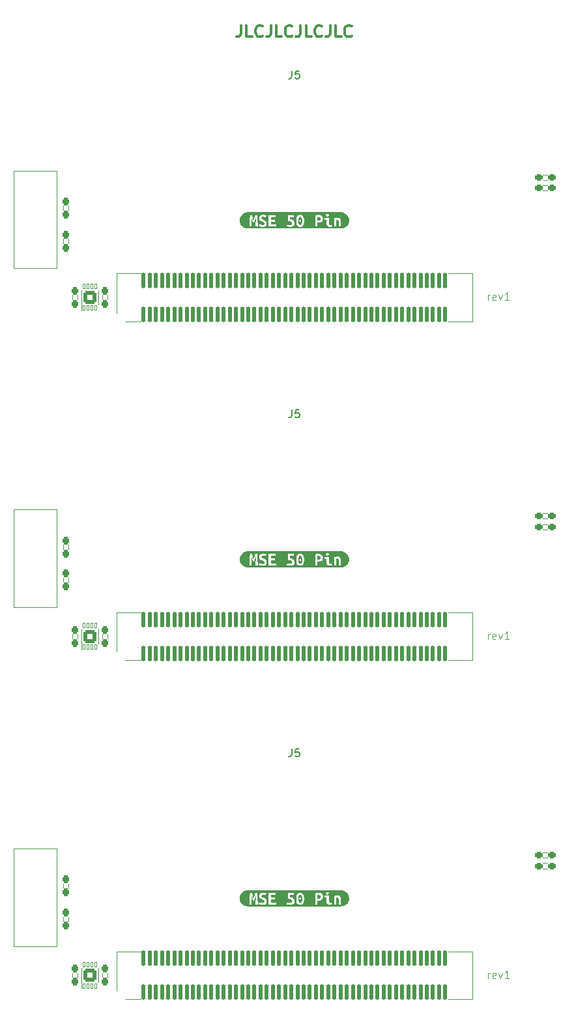
<source format=gto>
G04 #@! TF.GenerationSoftware,KiCad,Pcbnew,8.0.6*
G04 #@! TF.CreationDate,2024-11-07T02:27:20-08:00*
G04 #@! TF.ProjectId,mse-50-ce-panel,6d73652d-3530-42d6-9365-2d70616e656c,1*
G04 #@! TF.SameCoordinates,Original*
G04 #@! TF.FileFunction,Legend,Top*
G04 #@! TF.FilePolarity,Positive*
%FSLAX46Y46*%
G04 Gerber Fmt 4.6, Leading zero omitted, Abs format (unit mm)*
G04 Created by KiCad (PCBNEW 8.0.6) date 2024-11-07 02:27:20*
%MOMM*%
%LPD*%
G01*
G04 APERTURE LIST*
G04 Aperture macros list*
%AMRoundRect*
0 Rectangle with rounded corners*
0 $1 Rounding radius*
0 $2 $3 $4 $5 $6 $7 $8 $9 X,Y pos of 4 corners*
0 Add a 4 corners polygon primitive as box body*
4,1,4,$2,$3,$4,$5,$6,$7,$8,$9,$2,$3,0*
0 Add four circle primitives for the rounded corners*
1,1,$1+$1,$2,$3*
1,1,$1+$1,$4,$5*
1,1,$1+$1,$6,$7*
1,1,$1+$1,$8,$9*
0 Add four rect primitives between the rounded corners*
20,1,$1+$1,$2,$3,$4,$5,0*
20,1,$1+$1,$4,$5,$6,$7,0*
20,1,$1+$1,$6,$7,$8,$9,0*
20,1,$1+$1,$8,$9,$2,$3,0*%
G04 Aperture macros list end*
%ADD10C,0.100000*%
%ADD11C,0.300000*%
%ADD12C,0.150000*%
%ADD13C,0.120000*%
%ADD14C,0.000000*%
%ADD15C,0.500000*%
%ADD16RoundRect,0.225000X0.225000X-0.275000X0.225000X0.275000X-0.225000X0.275000X-0.225000X-0.275000X0*%
%ADD17C,0.800000*%
%ADD18C,1.200000*%
%ADD19RoundRect,0.125000X0.125000X0.925000X-0.125000X0.925000X-0.125000X-0.925000X0.125000X-0.925000X0*%
%ADD20C,1.700000*%
%ADD21C,4.750000*%
%ADD22RoundRect,0.062500X0.137500X-0.287500X0.137500X0.287500X-0.137500X0.287500X-0.137500X-0.287500X0*%
%ADD23RoundRect,0.265625X0.584375X-0.584375X0.584375X0.584375X-0.584375X0.584375X-0.584375X-0.584375X0*%
%ADD24C,2.500000*%
%ADD25RoundRect,0.225000X0.275000X0.225000X-0.275000X0.225000X-0.275000X-0.225000X0.275000X-0.225000X0*%
%ADD26RoundRect,0.225000X-0.225000X0.275000X-0.225000X-0.275000X0.225000X-0.275000X0.225000X0.275000X0*%
%ADD27RoundRect,0.225000X-0.275000X-0.225000X0.275000X-0.225000X0.275000X0.225000X-0.275000X0.225000X0*%
%ADD28C,2.300000*%
%ADD29C,2.700000*%
%ADD30C,1.950000*%
%ADD31C,6.500000*%
G04 APERTURE END LIST*
D10*
X-17257143Y98629581D02*
X-17257143Y99296248D01*
X-17257143Y99105772D02*
X-17209524Y99201010D01*
X-17209524Y99201010D02*
X-17161905Y99248629D01*
X-17161905Y99248629D02*
X-17066667Y99296248D01*
X-17066667Y99296248D02*
X-16971429Y99296248D01*
X-16257143Y98677200D02*
X-16352381Y98629581D01*
X-16352381Y98629581D02*
X-16542857Y98629581D01*
X-16542857Y98629581D02*
X-16638095Y98677200D01*
X-16638095Y98677200D02*
X-16685714Y98772439D01*
X-16685714Y98772439D02*
X-16685714Y99153391D01*
X-16685714Y99153391D02*
X-16638095Y99248629D01*
X-16638095Y99248629D02*
X-16542857Y99296248D01*
X-16542857Y99296248D02*
X-16352381Y99296248D01*
X-16352381Y99296248D02*
X-16257143Y99248629D01*
X-16257143Y99248629D02*
X-16209524Y99153391D01*
X-16209524Y99153391D02*
X-16209524Y99058153D01*
X-16209524Y99058153D02*
X-16685714Y98962915D01*
X-15876190Y99296248D02*
X-15638095Y98629581D01*
X-15638095Y98629581D02*
X-15400000Y99296248D01*
X-14495238Y98629581D02*
X-15066666Y98629581D01*
X-14780952Y98629581D02*
X-14780952Y99629581D01*
X-14780952Y99629581D02*
X-14876190Y99486724D01*
X-14876190Y99486724D02*
X-14971428Y99391486D01*
X-14971428Y99391486D02*
X-15066666Y99343867D01*
X-17257143Y10629581D02*
X-17257143Y11296248D01*
X-17257143Y11105772D02*
X-17209524Y11201010D01*
X-17209524Y11201010D02*
X-17161905Y11248629D01*
X-17161905Y11248629D02*
X-17066667Y11296248D01*
X-17066667Y11296248D02*
X-16971429Y11296248D01*
X-16257143Y10677200D02*
X-16352381Y10629581D01*
X-16352381Y10629581D02*
X-16542857Y10629581D01*
X-16542857Y10629581D02*
X-16638095Y10677200D01*
X-16638095Y10677200D02*
X-16685714Y10772439D01*
X-16685714Y10772439D02*
X-16685714Y11153391D01*
X-16685714Y11153391D02*
X-16638095Y11248629D01*
X-16638095Y11248629D02*
X-16542857Y11296248D01*
X-16542857Y11296248D02*
X-16352381Y11296248D01*
X-16352381Y11296248D02*
X-16257143Y11248629D01*
X-16257143Y11248629D02*
X-16209524Y11153391D01*
X-16209524Y11153391D02*
X-16209524Y11058153D01*
X-16209524Y11058153D02*
X-16685714Y10962915D01*
X-15876190Y11296248D02*
X-15638095Y10629581D01*
X-15638095Y10629581D02*
X-15400000Y11296248D01*
X-14495238Y10629581D02*
X-15066666Y10629581D01*
X-14780952Y10629581D02*
X-14780952Y11629581D01*
X-14780952Y11629581D02*
X-14876190Y11486724D01*
X-14876190Y11486724D02*
X-14971428Y11391486D01*
X-14971428Y11391486D02*
X-15066666Y11343867D01*
X-17257143Y54629581D02*
X-17257143Y55296248D01*
X-17257143Y55105772D02*
X-17209524Y55201010D01*
X-17209524Y55201010D02*
X-17161905Y55248629D01*
X-17161905Y55248629D02*
X-17066667Y55296248D01*
X-17066667Y55296248D02*
X-16971429Y55296248D01*
X-16257143Y54677200D02*
X-16352381Y54629581D01*
X-16352381Y54629581D02*
X-16542857Y54629581D01*
X-16542857Y54629581D02*
X-16638095Y54677200D01*
X-16638095Y54677200D02*
X-16685714Y54772439D01*
X-16685714Y54772439D02*
X-16685714Y55153391D01*
X-16685714Y55153391D02*
X-16638095Y55248629D01*
X-16638095Y55248629D02*
X-16542857Y55296248D01*
X-16542857Y55296248D02*
X-16352381Y55296248D01*
X-16352381Y55296248D02*
X-16257143Y55248629D01*
X-16257143Y55248629D02*
X-16209524Y55153391D01*
X-16209524Y55153391D02*
X-16209524Y55058153D01*
X-16209524Y55058153D02*
X-16685714Y54962915D01*
X-15876190Y55296248D02*
X-15638095Y54629581D01*
X-15638095Y54629581D02*
X-15400000Y55296248D01*
X-14495238Y54629581D02*
X-15066666Y54629581D01*
X-14780952Y54629581D02*
X-14780952Y55629581D01*
X-14780952Y55629581D02*
X-14876190Y55486724D01*
X-14876190Y55486724D02*
X-14971428Y55391486D01*
X-14971428Y55391486D02*
X-15066666Y55343867D01*
D11*
X-49328572Y134325172D02*
X-49328572Y133253743D01*
X-49328572Y133253743D02*
X-49400001Y133039458D01*
X-49400001Y133039458D02*
X-49542858Y132896600D01*
X-49542858Y132896600D02*
X-49757144Y132825172D01*
X-49757144Y132825172D02*
X-49900001Y132825172D01*
X-47900001Y132825172D02*
X-48614287Y132825172D01*
X-48614287Y132825172D02*
X-48614287Y134325172D01*
X-46542858Y132968029D02*
X-46614286Y132896600D01*
X-46614286Y132896600D02*
X-46828572Y132825172D01*
X-46828572Y132825172D02*
X-46971429Y132825172D01*
X-46971429Y132825172D02*
X-47185715Y132896600D01*
X-47185715Y132896600D02*
X-47328572Y133039458D01*
X-47328572Y133039458D02*
X-47400001Y133182315D01*
X-47400001Y133182315D02*
X-47471429Y133468029D01*
X-47471429Y133468029D02*
X-47471429Y133682315D01*
X-47471429Y133682315D02*
X-47400001Y133968029D01*
X-47400001Y133968029D02*
X-47328572Y134110886D01*
X-47328572Y134110886D02*
X-47185715Y134253743D01*
X-47185715Y134253743D02*
X-46971429Y134325172D01*
X-46971429Y134325172D02*
X-46828572Y134325172D01*
X-46828572Y134325172D02*
X-46614286Y134253743D01*
X-46614286Y134253743D02*
X-46542858Y134182315D01*
X-45471429Y134325172D02*
X-45471429Y133253743D01*
X-45471429Y133253743D02*
X-45542858Y133039458D01*
X-45542858Y133039458D02*
X-45685715Y132896600D01*
X-45685715Y132896600D02*
X-45900001Y132825172D01*
X-45900001Y132825172D02*
X-46042858Y132825172D01*
X-44042858Y132825172D02*
X-44757144Y132825172D01*
X-44757144Y132825172D02*
X-44757144Y134325172D01*
X-42685715Y132968029D02*
X-42757143Y132896600D01*
X-42757143Y132896600D02*
X-42971429Y132825172D01*
X-42971429Y132825172D02*
X-43114286Y132825172D01*
X-43114286Y132825172D02*
X-43328572Y132896600D01*
X-43328572Y132896600D02*
X-43471429Y133039458D01*
X-43471429Y133039458D02*
X-43542858Y133182315D01*
X-43542858Y133182315D02*
X-43614286Y133468029D01*
X-43614286Y133468029D02*
X-43614286Y133682315D01*
X-43614286Y133682315D02*
X-43542858Y133968029D01*
X-43542858Y133968029D02*
X-43471429Y134110886D01*
X-43471429Y134110886D02*
X-43328572Y134253743D01*
X-43328572Y134253743D02*
X-43114286Y134325172D01*
X-43114286Y134325172D02*
X-42971429Y134325172D01*
X-42971429Y134325172D02*
X-42757143Y134253743D01*
X-42757143Y134253743D02*
X-42685715Y134182315D01*
X-41614286Y134325172D02*
X-41614286Y133253743D01*
X-41614286Y133253743D02*
X-41685715Y133039458D01*
X-41685715Y133039458D02*
X-41828572Y132896600D01*
X-41828572Y132896600D02*
X-42042858Y132825172D01*
X-42042858Y132825172D02*
X-42185715Y132825172D01*
X-40185715Y132825172D02*
X-40900001Y132825172D01*
X-40900001Y132825172D02*
X-40900001Y134325172D01*
X-38828572Y132968029D02*
X-38900000Y132896600D01*
X-38900000Y132896600D02*
X-39114286Y132825172D01*
X-39114286Y132825172D02*
X-39257143Y132825172D01*
X-39257143Y132825172D02*
X-39471429Y132896600D01*
X-39471429Y132896600D02*
X-39614286Y133039458D01*
X-39614286Y133039458D02*
X-39685715Y133182315D01*
X-39685715Y133182315D02*
X-39757143Y133468029D01*
X-39757143Y133468029D02*
X-39757143Y133682315D01*
X-39757143Y133682315D02*
X-39685715Y133968029D01*
X-39685715Y133968029D02*
X-39614286Y134110886D01*
X-39614286Y134110886D02*
X-39471429Y134253743D01*
X-39471429Y134253743D02*
X-39257143Y134325172D01*
X-39257143Y134325172D02*
X-39114286Y134325172D01*
X-39114286Y134325172D02*
X-38900000Y134253743D01*
X-38900000Y134253743D02*
X-38828572Y134182315D01*
X-37757143Y134325172D02*
X-37757143Y133253743D01*
X-37757143Y133253743D02*
X-37828572Y133039458D01*
X-37828572Y133039458D02*
X-37971429Y132896600D01*
X-37971429Y132896600D02*
X-38185715Y132825172D01*
X-38185715Y132825172D02*
X-38328572Y132825172D01*
X-36328572Y132825172D02*
X-37042858Y132825172D01*
X-37042858Y132825172D02*
X-37042858Y134325172D01*
X-34971429Y132968029D02*
X-35042857Y132896600D01*
X-35042857Y132896600D02*
X-35257143Y132825172D01*
X-35257143Y132825172D02*
X-35400000Y132825172D01*
X-35400000Y132825172D02*
X-35614286Y132896600D01*
X-35614286Y132896600D02*
X-35757143Y133039458D01*
X-35757143Y133039458D02*
X-35828572Y133182315D01*
X-35828572Y133182315D02*
X-35900000Y133468029D01*
X-35900000Y133468029D02*
X-35900000Y133682315D01*
X-35900000Y133682315D02*
X-35828572Y133968029D01*
X-35828572Y133968029D02*
X-35757143Y134110886D01*
X-35757143Y134110886D02*
X-35614286Y134253743D01*
X-35614286Y134253743D02*
X-35400000Y134325172D01*
X-35400000Y134325172D02*
X-35257143Y134325172D01*
X-35257143Y134325172D02*
X-35042857Y134253743D01*
X-35042857Y134253743D02*
X-34971429Y134182315D01*
D12*
X-42733334Y40397180D02*
X-42733334Y39682895D01*
X-42733334Y39682895D02*
X-42780953Y39540038D01*
X-42780953Y39540038D02*
X-42876191Y39444799D01*
X-42876191Y39444799D02*
X-43019048Y39397180D01*
X-43019048Y39397180D02*
X-43114286Y39397180D01*
X-41780953Y40397180D02*
X-42257143Y40397180D01*
X-42257143Y40397180D02*
X-42304762Y39920990D01*
X-42304762Y39920990D02*
X-42257143Y39968609D01*
X-42257143Y39968609D02*
X-42161905Y40016228D01*
X-42161905Y40016228D02*
X-41923810Y40016228D01*
X-41923810Y40016228D02*
X-41828572Y39968609D01*
X-41828572Y39968609D02*
X-41780953Y39920990D01*
X-41780953Y39920990D02*
X-41733334Y39825752D01*
X-41733334Y39825752D02*
X-41733334Y39587657D01*
X-41733334Y39587657D02*
X-41780953Y39492419D01*
X-41780953Y39492419D02*
X-41828572Y39444799D01*
X-41828572Y39444799D02*
X-41923810Y39397180D01*
X-41923810Y39397180D02*
X-42161905Y39397180D01*
X-42161905Y39397180D02*
X-42257143Y39444799D01*
X-42257143Y39444799D02*
X-42304762Y39492419D01*
X-42733334Y84397180D02*
X-42733334Y83682895D01*
X-42733334Y83682895D02*
X-42780953Y83540038D01*
X-42780953Y83540038D02*
X-42876191Y83444799D01*
X-42876191Y83444799D02*
X-43019048Y83397180D01*
X-43019048Y83397180D02*
X-43114286Y83397180D01*
X-41780953Y84397180D02*
X-42257143Y84397180D01*
X-42257143Y84397180D02*
X-42304762Y83920990D01*
X-42304762Y83920990D02*
X-42257143Y83968609D01*
X-42257143Y83968609D02*
X-42161905Y84016228D01*
X-42161905Y84016228D02*
X-41923810Y84016228D01*
X-41923810Y84016228D02*
X-41828572Y83968609D01*
X-41828572Y83968609D02*
X-41780953Y83920990D01*
X-41780953Y83920990D02*
X-41733334Y83825752D01*
X-41733334Y83825752D02*
X-41733334Y83587657D01*
X-41733334Y83587657D02*
X-41780953Y83492419D01*
X-41780953Y83492419D02*
X-41828572Y83444799D01*
X-41828572Y83444799D02*
X-41923810Y83397180D01*
X-41923810Y83397180D02*
X-42161905Y83397180D01*
X-42161905Y83397180D02*
X-42257143Y83444799D01*
X-42257143Y83444799D02*
X-42304762Y83492419D01*
X-42733334Y128397180D02*
X-42733334Y127682895D01*
X-42733334Y127682895D02*
X-42780953Y127540038D01*
X-42780953Y127540038D02*
X-42876191Y127444799D01*
X-42876191Y127444799D02*
X-43019048Y127397180D01*
X-43019048Y127397180D02*
X-43114286Y127397180D01*
X-41780953Y128397180D02*
X-42257143Y128397180D01*
X-42257143Y128397180D02*
X-42304762Y127920990D01*
X-42304762Y127920990D02*
X-42257143Y127968609D01*
X-42257143Y127968609D02*
X-42161905Y128016228D01*
X-42161905Y128016228D02*
X-41923810Y128016228D01*
X-41923810Y128016228D02*
X-41828572Y127968609D01*
X-41828572Y127968609D02*
X-41780953Y127920990D01*
X-41780953Y127920990D02*
X-41733334Y127825752D01*
X-41733334Y127825752D02*
X-41733334Y127587657D01*
X-41733334Y127587657D02*
X-41780953Y127492419D01*
X-41780953Y127492419D02*
X-41828572Y127444799D01*
X-41828572Y127444799D02*
X-41923810Y127397180D01*
X-41923810Y127397180D02*
X-42161905Y127397180D01*
X-42161905Y127397180D02*
X-42257143Y127444799D01*
X-42257143Y127444799D02*
X-42304762Y127492419D01*
D10*
G04 #@! TO.C,C1*
X-71299999Y98702000D02*
X-71299999Y99302000D01*
X-70600001Y99302000D02*
X-70600001Y98702000D01*
D13*
G04 #@! TO.C,J1*
X-65500001Y58102000D02*
X-65500000Y53002000D01*
X-65500001Y58102000D02*
X-62400001Y58102000D01*
X-64400000Y51902000D02*
X-62400001Y51902000D01*
X-22399999Y58102000D02*
X-19299999Y58102000D01*
X-22399999Y51902000D02*
X-19299999Y51902000D01*
X-19299999Y58102000D02*
X-19299999Y51902000D01*
D10*
G04 #@! TO.C,R3*
X-72449999Y18602000D02*
X-72449999Y18002000D01*
X-71750001Y18002000D02*
X-71750001Y18602000D01*
X-72449999Y62602000D02*
X-72449999Y62002000D01*
X-71750001Y62002000D02*
X-71750001Y62602000D01*
G04 #@! TO.C,U1*
X-70100000Y53302000D02*
X-70100000Y55952000D01*
X-67900000Y55952000D02*
X-67900000Y54052000D01*
G04 #@! TO.C,C1*
X-71299999Y54702000D02*
X-71299999Y55302000D01*
X-70600001Y55302000D02*
X-70600001Y54702000D01*
G04 #@! TO.C,R4*
X-10100000Y68852001D02*
X-9500000Y68852001D01*
X-9500000Y69551999D02*
X-10100000Y69551999D01*
G04 #@! TO.C,R2*
X-72449999Y110902000D02*
X-72449999Y110302000D01*
X-71750001Y110302000D02*
X-71750001Y110902000D01*
G04 #@! TO.C,C2*
X-10100000Y114951999D02*
X-9500000Y114951999D01*
X-9500000Y114252001D02*
X-10100000Y114252001D01*
G04 #@! TO.C,J3*
X-78870000Y71442000D02*
X-73270000Y71442000D01*
X-73270000Y58772000D01*
X-78870000Y58772000D01*
X-78870000Y71442000D01*
G04 #@! TO.C,R1*
X-67399999Y11302000D02*
X-67399999Y10702000D01*
X-66700001Y10702000D02*
X-66700001Y11302000D01*
G04 #@! TO.C,J3*
X-78870000Y115442000D02*
X-73270000Y115442000D01*
X-73270000Y102772000D01*
X-78870000Y102772000D01*
X-78870000Y115442000D01*
G04 #@! TO.C,C2*
X-10100000Y70951999D02*
X-9500000Y70951999D01*
X-9500000Y70252001D02*
X-10100000Y70252001D01*
G04 #@! TO.C,R3*
X-72449999Y106602000D02*
X-72449999Y106002000D01*
X-71750001Y106002000D02*
X-71750001Y106602000D01*
D13*
G04 #@! TO.C,J1*
X-65500001Y102102000D02*
X-65500000Y97002000D01*
X-65500001Y102102000D02*
X-62400001Y102102000D01*
X-64400000Y95902000D02*
X-62400001Y95902000D01*
X-22399999Y102102000D02*
X-19299999Y102102000D01*
X-22399999Y95902000D02*
X-19299999Y95902000D01*
X-19299999Y102102000D02*
X-19299999Y95902000D01*
D10*
G04 #@! TO.C,R4*
X-10100000Y112852001D02*
X-9500000Y112852001D01*
X-9500000Y113551999D02*
X-10100000Y113551999D01*
G04 #@! TO.C,U1*
X-70100000Y9302000D02*
X-70100000Y11952000D01*
X-67900000Y11952000D02*
X-67900000Y10052000D01*
X-70100000Y97302000D02*
X-70100000Y99952000D01*
X-67900000Y99952000D02*
X-67900000Y98052000D01*
G04 #@! TO.C,R1*
X-67399999Y99302000D02*
X-67399999Y98702000D01*
X-66700001Y98702000D02*
X-66700001Y99302000D01*
D14*
G04 #@! TO.C,kibuzzard-672C6777*
G36*
X-39148586Y109433038D02*
G01*
X-39065287Y109392145D01*
X-39011672Y109318539D01*
X-38993800Y109206766D01*
X-39011975Y109088935D01*
X-39066498Y109011693D01*
X-39156765Y108968983D01*
X-39282169Y108954746D01*
X-39403332Y108954746D01*
X-39403332Y109439399D01*
X-39329422Y109445457D01*
X-39255513Y109446669D01*
X-39148586Y109433038D01*
G37*
G36*
X-41540953Y109434855D02*
G01*
X-41461894Y109333987D01*
X-41426218Y109230729D01*
X-41404813Y109100277D01*
X-41397678Y108942630D01*
X-41404813Y108783637D01*
X-41426218Y108652377D01*
X-41461894Y108548850D01*
X-41540953Y108447981D01*
X-41647274Y108415108D01*
X-41649697Y108414359D01*
X-41756926Y108447981D01*
X-41836288Y108548850D01*
X-41872637Y108652377D01*
X-41894447Y108783637D01*
X-41901716Y108942630D01*
X-41900599Y108966863D01*
X-41782977Y108966863D01*
X-41746628Y108854181D01*
X-41647274Y108806927D01*
X-41551555Y108854181D01*
X-41513994Y108966863D01*
X-41551555Y109080756D01*
X-41647274Y109129221D01*
X-41746628Y109080756D01*
X-41782977Y108966863D01*
X-41900599Y108966863D01*
X-41894447Y109100277D01*
X-41872637Y109230729D01*
X-41836288Y109333987D01*
X-41756926Y109434855D01*
X-41649697Y109468478D01*
X-41540953Y109434855D01*
G37*
G36*
X-36237556Y110043407D02*
G01*
X-36135974Y110028339D01*
X-36036358Y110003386D01*
X-35939668Y109968790D01*
X-35846834Y109924883D01*
X-35758751Y109872088D01*
X-35676267Y109810914D01*
X-35600176Y109741949D01*
X-35531212Y109665858D01*
X-35470037Y109583374D01*
X-35417242Y109495291D01*
X-35373335Y109402458D01*
X-35338739Y109305767D01*
X-35313786Y109206151D01*
X-35298718Y109104570D01*
X-35293679Y109002000D01*
X-35298718Y108899430D01*
X-35313786Y108797849D01*
X-35338739Y108698233D01*
X-35373335Y108601542D01*
X-35417242Y108508709D01*
X-35470037Y108420626D01*
X-35531212Y108338142D01*
X-35600176Y108262051D01*
X-35676267Y108193086D01*
X-35758751Y108131912D01*
X-35846834Y108079117D01*
X-35939668Y108035210D01*
X-36036358Y108000614D01*
X-36135974Y107975661D01*
X-36237556Y107960593D01*
X-36340125Y107955554D01*
X-36340327Y107955554D01*
X-37811248Y107955554D01*
X-39403332Y107955554D01*
X-41649697Y107955554D01*
X-42977645Y107955554D01*
X-45737742Y107955554D01*
X-46539842Y107955554D01*
X-47157775Y107955554D01*
X-48257936Y107955554D01*
X-48459875Y107955554D01*
X-48562444Y107960593D01*
X-48664026Y107975661D01*
X-48763642Y108000614D01*
X-48860332Y108035210D01*
X-48953166Y108079117D01*
X-49041249Y108131912D01*
X-49118217Y108188995D01*
X-48257936Y108188995D01*
X-47984107Y108188995D01*
X-47996224Y109354585D01*
X-47819326Y108719690D01*
X-47601232Y108719690D01*
X-47417064Y109354585D01*
X-47431603Y108188995D01*
X-47157775Y108188995D01*
X-47160118Y108271386D01*
X-47005109Y108271386D01*
X-46837904Y108197477D01*
X-46707653Y108167489D01*
X-46539842Y108157493D01*
X-46369810Y108170282D01*
X-46302247Y108188995D01*
X-45737742Y108188995D01*
X-44775707Y108188995D01*
X-44775707Y108235037D01*
X-43382330Y108235037D01*
X-43313267Y108208381D01*
X-43212702Y108182937D01*
X-43096385Y108164763D01*
X-42977645Y108157493D01*
X-42838914Y108166580D01*
X-42718356Y108193842D01*
X-42615973Y108237460D01*
X-42531765Y108295619D01*
X-42420295Y108449496D01*
X-42383946Y108642145D01*
X-42400370Y108782695D01*
X-42449643Y108900627D01*
X-42485832Y108942630D01*
X-42170699Y108942630D01*
X-42162369Y108756645D01*
X-42137379Y108596103D01*
X-42095729Y108461006D01*
X-42037419Y108351354D01*
X-41935104Y108243653D01*
X-41805863Y108179033D01*
X-41649697Y108157493D01*
X-41493531Y108179033D01*
X-41364291Y108243653D01*
X-41261975Y108351354D01*
X-41203665Y108461006D01*
X-41162015Y108596103D01*
X-41137025Y108756645D01*
X-41128695Y108942630D01*
X-41137025Y109127480D01*
X-41162015Y109287036D01*
X-41203665Y109421300D01*
X-41261975Y109530271D01*
X-41364291Y109637299D01*
X-41429318Y109669609D01*
X-39701393Y109669609D01*
X-39701393Y108188995D01*
X-39403332Y108188995D01*
X-39403332Y108695457D01*
X-39296708Y108695457D01*
X-39117522Y108708785D01*
X-38967683Y108748769D01*
X-38847193Y108815409D01*
X-38759013Y108911935D01*
X-38706105Y109041580D01*
X-38688469Y109204342D01*
X-38701892Y109327929D01*
X-38533380Y109327929D01*
X-38533380Y109080756D01*
X-38218356Y109080756D01*
X-38218356Y108661532D01*
X-38213510Y108549456D01*
X-38198970Y108450708D01*
X-38132330Y108294407D01*
X-38006321Y108196265D01*
X-37918174Y108170821D01*
X-37811248Y108162339D01*
X-37662217Y108178090D01*
X-37488954Y108237460D01*
X-37527726Y108477363D01*
X-37658582Y108432533D01*
X-37757936Y108421628D01*
X-37882734Y108471305D01*
X-37920295Y108622759D01*
X-37920295Y109291580D01*
X-37256321Y109291580D01*
X-37256321Y108188995D01*
X-36958259Y108188995D01*
X-36958259Y109083179D01*
X-36889196Y109090449D01*
X-36822557Y109092872D01*
X-36674737Y109022598D01*
X-36647476Y108929908D01*
X-36638389Y108792388D01*
X-36638389Y108188995D01*
X-36340327Y108188995D01*
X-36340327Y108831160D01*
X-36345779Y108942327D01*
X-36362137Y109043195D01*
X-36436046Y109207977D01*
X-36577807Y109314601D01*
X-36678978Y109342771D01*
X-36803170Y109352162D01*
X-36936147Y109347315D01*
X-37058825Y109332775D01*
X-37166963Y109312784D01*
X-37256321Y109291580D01*
X-37920295Y109291580D01*
X-37920295Y109327929D01*
X-38121426Y109327929D01*
X-38533380Y109327929D01*
X-38701892Y109327929D01*
X-38705971Y109365489D01*
X-38758475Y109493519D01*
X-38845981Y109588430D01*
X-38965260Y109653723D01*
X-38970339Y109655069D01*
X-38308017Y109655069D01*
X-38253494Y109516943D01*
X-38121426Y109466055D01*
X-37988146Y109516943D01*
X-37932411Y109655069D01*
X-37988146Y109795619D01*
X-38121426Y109846507D01*
X-38253494Y109795619D01*
X-38308017Y109655069D01*
X-38970339Y109655069D01*
X-39113079Y109692899D01*
X-39289439Y109705958D01*
X-39383946Y109703535D01*
X-39492993Y109697477D01*
X-39603251Y109686572D01*
X-39701393Y109669609D01*
X-41429318Y109669609D01*
X-41493531Y109701515D01*
X-41649697Y109722921D01*
X-41803440Y109701381D01*
X-41931873Y109636760D01*
X-42034996Y109529060D01*
X-42094366Y109419710D01*
X-42136773Y109285522D01*
X-42162217Y109126495D01*
X-42170699Y108942630D01*
X-42485832Y108942630D01*
X-42531765Y108995942D01*
X-42647274Y109068101D01*
X-42796708Y109116567D01*
X-42980069Y109141338D01*
X-42967952Y109279464D01*
X-42955836Y109441822D01*
X-42439681Y109441822D01*
X-42439681Y109688995D01*
X-43205432Y109688995D01*
X-43214519Y109503918D01*
X-43227242Y109312178D01*
X-43244204Y109114985D01*
X-43266014Y108913551D01*
X-43099414Y108908401D01*
X-42967952Y108892953D01*
X-42792266Y108834795D01*
X-42709875Y108745134D01*
X-42689277Y108630029D01*
X-42701393Y108550061D01*
X-42746224Y108480998D01*
X-42835884Y108431321D01*
X-42980069Y108411935D01*
X-43093356Y108417388D01*
X-43186046Y108433745D01*
X-43321749Y108482210D01*
X-43382330Y108235037D01*
X-44775707Y108235037D01*
X-44775707Y108436168D01*
X-45439681Y108436168D01*
X-45439681Y108857816D01*
X-44908986Y108857816D01*
X-44908986Y109104989D01*
X-45439681Y109104989D01*
X-45439681Y109441822D01*
X-44829019Y109441822D01*
X-44829019Y109688995D01*
X-45737742Y109688995D01*
X-45737742Y108188995D01*
X-46302247Y108188995D01*
X-46231280Y108208651D01*
X-46124253Y108272598D01*
X-46021567Y108411632D01*
X-45987338Y108598527D01*
X-45997637Y108711511D01*
X-46028534Y108803292D01*
X-46133946Y108938995D01*
X-46274495Y109026233D01*
X-46421103Y109085603D01*
X-46514398Y109121952D01*
X-46599212Y109166782D01*
X-46661006Y109224940D01*
X-46685238Y109301273D01*
X-46658852Y109396857D01*
X-46579692Y109454208D01*
X-46447758Y109473325D01*
X-46276918Y109449092D01*
X-46142427Y109390934D01*
X-46055190Y109621144D01*
X-46228453Y109691418D01*
X-46340226Y109715045D01*
X-46469568Y109722921D01*
X-46618060Y109709728D01*
X-46743666Y109670148D01*
X-46846385Y109604181D01*
X-46949071Y109462420D01*
X-46983300Y109274617D01*
X-46944527Y109096507D01*
X-46846385Y108976556D01*
X-46714317Y108896588D01*
X-46573768Y108840853D01*
X-46471991Y108798446D01*
X-46379907Y108747557D01*
X-46312056Y108683341D01*
X-46285400Y108600950D01*
X-46296305Y108529464D01*
X-46336288Y108466459D01*
X-46415044Y108422840D01*
X-46539842Y108407089D01*
X-46660703Y108415570D01*
X-46761571Y108441015D01*
X-46917872Y108513712D01*
X-47005109Y108271386D01*
X-47160118Y108271386D01*
X-47163227Y108380736D01*
X-47169891Y108568236D01*
X-47178069Y108753010D01*
X-47188065Y108936572D01*
X-47200182Y109120437D01*
X-47214721Y109306120D01*
X-47230775Y109495134D01*
X-47247435Y109688995D01*
X-47494608Y109688995D01*
X-47538227Y109560562D01*
X-47591539Y109394569D01*
X-47652120Y109210401D01*
X-47712702Y109025021D01*
X-47768437Y109199496D01*
X-47826595Y109386087D01*
X-47881119Y109558139D01*
X-47923526Y109688995D01*
X-48170699Y109688995D01*
X-48186753Y109524819D01*
X-48200989Y109347315D01*
X-48213409Y109160118D01*
X-48224011Y108966863D01*
X-48233401Y108769973D01*
X-48242185Y108571871D01*
X-48250363Y108376798D01*
X-48257936Y108188995D01*
X-49118217Y108188995D01*
X-49123733Y108193086D01*
X-49199824Y108262051D01*
X-49268788Y108338142D01*
X-49329963Y108420626D01*
X-49382758Y108508709D01*
X-49426665Y108601542D01*
X-49461261Y108698233D01*
X-49486214Y108797849D01*
X-49501282Y108899430D01*
X-49506321Y109002000D01*
X-49501282Y109104570D01*
X-49486214Y109206151D01*
X-49461261Y109305767D01*
X-49426665Y109402458D01*
X-49382758Y109495291D01*
X-49329963Y109583374D01*
X-49268788Y109665858D01*
X-49199824Y109741949D01*
X-49123733Y109810914D01*
X-49041249Y109872088D01*
X-48953166Y109924883D01*
X-48860332Y109968790D01*
X-48763642Y110003386D01*
X-48664026Y110028339D01*
X-48562444Y110043407D01*
X-48459875Y110048446D01*
X-48257936Y110048446D01*
X-36340327Y110048446D01*
X-36340125Y110048446D01*
X-36237556Y110043407D01*
G37*
D10*
G04 #@! TO.C,R4*
X-10100000Y24852001D02*
X-9500000Y24852001D01*
X-9500000Y25551999D02*
X-10100000Y25551999D01*
D13*
G04 #@! TO.C,J1*
X-65500001Y14102000D02*
X-65500000Y9002000D01*
X-65500001Y14102000D02*
X-62400001Y14102000D01*
X-64400000Y7902000D02*
X-62400001Y7902000D01*
X-22399999Y14102000D02*
X-19299999Y14102000D01*
X-22399999Y7902000D02*
X-19299999Y7902000D01*
X-19299999Y14102000D02*
X-19299999Y7902000D01*
D14*
G04 #@! TO.C,kibuzzard-672C6777*
G36*
X-39148586Y21433038D02*
G01*
X-39065287Y21392145D01*
X-39011672Y21318539D01*
X-38993800Y21206766D01*
X-39011975Y21088935D01*
X-39066498Y21011693D01*
X-39156765Y20968983D01*
X-39282169Y20954746D01*
X-39403332Y20954746D01*
X-39403332Y21439399D01*
X-39329422Y21445457D01*
X-39255513Y21446669D01*
X-39148586Y21433038D01*
G37*
G36*
X-41540953Y21434855D02*
G01*
X-41461894Y21333987D01*
X-41426218Y21230729D01*
X-41404813Y21100277D01*
X-41397678Y20942630D01*
X-41404813Y20783637D01*
X-41426218Y20652377D01*
X-41461894Y20548850D01*
X-41540953Y20447981D01*
X-41647274Y20415108D01*
X-41649697Y20414359D01*
X-41756926Y20447981D01*
X-41836288Y20548850D01*
X-41872637Y20652377D01*
X-41894447Y20783637D01*
X-41901716Y20942630D01*
X-41900599Y20966863D01*
X-41782977Y20966863D01*
X-41746628Y20854181D01*
X-41647274Y20806927D01*
X-41551555Y20854181D01*
X-41513994Y20966863D01*
X-41551555Y21080756D01*
X-41647274Y21129221D01*
X-41746628Y21080756D01*
X-41782977Y20966863D01*
X-41900599Y20966863D01*
X-41894447Y21100277D01*
X-41872637Y21230729D01*
X-41836288Y21333987D01*
X-41756926Y21434855D01*
X-41649697Y21468478D01*
X-41540953Y21434855D01*
G37*
G36*
X-36237556Y22043407D02*
G01*
X-36135974Y22028339D01*
X-36036358Y22003386D01*
X-35939668Y21968790D01*
X-35846834Y21924883D01*
X-35758751Y21872088D01*
X-35676267Y21810914D01*
X-35600176Y21741949D01*
X-35531212Y21665858D01*
X-35470037Y21583374D01*
X-35417242Y21495291D01*
X-35373335Y21402458D01*
X-35338739Y21305767D01*
X-35313786Y21206151D01*
X-35298718Y21104570D01*
X-35293679Y21002000D01*
X-35298718Y20899430D01*
X-35313786Y20797849D01*
X-35338739Y20698233D01*
X-35373335Y20601542D01*
X-35417242Y20508709D01*
X-35470037Y20420626D01*
X-35531212Y20338142D01*
X-35600176Y20262051D01*
X-35676267Y20193086D01*
X-35758751Y20131912D01*
X-35846834Y20079117D01*
X-35939668Y20035210D01*
X-36036358Y20000614D01*
X-36135974Y19975661D01*
X-36237556Y19960593D01*
X-36340125Y19955554D01*
X-36340327Y19955554D01*
X-37811248Y19955554D01*
X-39403332Y19955554D01*
X-41649697Y19955554D01*
X-42977645Y19955554D01*
X-45737742Y19955554D01*
X-46539842Y19955554D01*
X-47157775Y19955554D01*
X-48257936Y19955554D01*
X-48459875Y19955554D01*
X-48562444Y19960593D01*
X-48664026Y19975661D01*
X-48763642Y20000614D01*
X-48860332Y20035210D01*
X-48953166Y20079117D01*
X-49041249Y20131912D01*
X-49118217Y20188995D01*
X-48257936Y20188995D01*
X-47984107Y20188995D01*
X-47996224Y21354585D01*
X-47819326Y20719690D01*
X-47601232Y20719690D01*
X-47417064Y21354585D01*
X-47431603Y20188995D01*
X-47157775Y20188995D01*
X-47160118Y20271386D01*
X-47005109Y20271386D01*
X-46837904Y20197477D01*
X-46707653Y20167489D01*
X-46539842Y20157493D01*
X-46369810Y20170282D01*
X-46302247Y20188995D01*
X-45737742Y20188995D01*
X-44775707Y20188995D01*
X-44775707Y20235037D01*
X-43382330Y20235037D01*
X-43313267Y20208381D01*
X-43212702Y20182937D01*
X-43096385Y20164763D01*
X-42977645Y20157493D01*
X-42838914Y20166580D01*
X-42718356Y20193842D01*
X-42615973Y20237460D01*
X-42531765Y20295619D01*
X-42420295Y20449496D01*
X-42383946Y20642145D01*
X-42400370Y20782695D01*
X-42449643Y20900627D01*
X-42485832Y20942630D01*
X-42170699Y20942630D01*
X-42162369Y20756645D01*
X-42137379Y20596103D01*
X-42095729Y20461006D01*
X-42037419Y20351354D01*
X-41935104Y20243653D01*
X-41805863Y20179033D01*
X-41649697Y20157493D01*
X-41493531Y20179033D01*
X-41364291Y20243653D01*
X-41261975Y20351354D01*
X-41203665Y20461006D01*
X-41162015Y20596103D01*
X-41137025Y20756645D01*
X-41128695Y20942630D01*
X-41137025Y21127480D01*
X-41162015Y21287036D01*
X-41203665Y21421300D01*
X-41261975Y21530271D01*
X-41364291Y21637299D01*
X-41429318Y21669609D01*
X-39701393Y21669609D01*
X-39701393Y20188995D01*
X-39403332Y20188995D01*
X-39403332Y20695457D01*
X-39296708Y20695457D01*
X-39117522Y20708785D01*
X-38967683Y20748769D01*
X-38847193Y20815409D01*
X-38759013Y20911935D01*
X-38706105Y21041580D01*
X-38688469Y21204342D01*
X-38701892Y21327929D01*
X-38533380Y21327929D01*
X-38533380Y21080756D01*
X-38218356Y21080756D01*
X-38218356Y20661532D01*
X-38213510Y20549456D01*
X-38198970Y20450708D01*
X-38132330Y20294407D01*
X-38006321Y20196265D01*
X-37918174Y20170821D01*
X-37811248Y20162339D01*
X-37662217Y20178090D01*
X-37488954Y20237460D01*
X-37527726Y20477363D01*
X-37658582Y20432533D01*
X-37757936Y20421628D01*
X-37882734Y20471305D01*
X-37920295Y20622759D01*
X-37920295Y21291580D01*
X-37256321Y21291580D01*
X-37256321Y20188995D01*
X-36958259Y20188995D01*
X-36958259Y21083179D01*
X-36889196Y21090449D01*
X-36822557Y21092872D01*
X-36674737Y21022598D01*
X-36647476Y20929908D01*
X-36638389Y20792388D01*
X-36638389Y20188995D01*
X-36340327Y20188995D01*
X-36340327Y20831160D01*
X-36345779Y20942327D01*
X-36362137Y21043195D01*
X-36436046Y21207977D01*
X-36577807Y21314601D01*
X-36678978Y21342771D01*
X-36803170Y21352162D01*
X-36936147Y21347315D01*
X-37058825Y21332775D01*
X-37166963Y21312784D01*
X-37256321Y21291580D01*
X-37920295Y21291580D01*
X-37920295Y21327929D01*
X-38121426Y21327929D01*
X-38533380Y21327929D01*
X-38701892Y21327929D01*
X-38705971Y21365489D01*
X-38758475Y21493519D01*
X-38845981Y21588430D01*
X-38965260Y21653723D01*
X-38970339Y21655069D01*
X-38308017Y21655069D01*
X-38253494Y21516943D01*
X-38121426Y21466055D01*
X-37988146Y21516943D01*
X-37932411Y21655069D01*
X-37988146Y21795619D01*
X-38121426Y21846507D01*
X-38253494Y21795619D01*
X-38308017Y21655069D01*
X-38970339Y21655069D01*
X-39113079Y21692899D01*
X-39289439Y21705958D01*
X-39383946Y21703535D01*
X-39492993Y21697477D01*
X-39603251Y21686572D01*
X-39701393Y21669609D01*
X-41429318Y21669609D01*
X-41493531Y21701515D01*
X-41649697Y21722921D01*
X-41803440Y21701381D01*
X-41931873Y21636760D01*
X-42034996Y21529060D01*
X-42094366Y21419710D01*
X-42136773Y21285522D01*
X-42162217Y21126495D01*
X-42170699Y20942630D01*
X-42485832Y20942630D01*
X-42531765Y20995942D01*
X-42647274Y21068101D01*
X-42796708Y21116567D01*
X-42980069Y21141338D01*
X-42967952Y21279464D01*
X-42955836Y21441822D01*
X-42439681Y21441822D01*
X-42439681Y21688995D01*
X-43205432Y21688995D01*
X-43214519Y21503918D01*
X-43227242Y21312178D01*
X-43244204Y21114985D01*
X-43266014Y20913551D01*
X-43099414Y20908401D01*
X-42967952Y20892953D01*
X-42792266Y20834795D01*
X-42709875Y20745134D01*
X-42689277Y20630029D01*
X-42701393Y20550061D01*
X-42746224Y20480998D01*
X-42835884Y20431321D01*
X-42980069Y20411935D01*
X-43093356Y20417388D01*
X-43186046Y20433745D01*
X-43321749Y20482210D01*
X-43382330Y20235037D01*
X-44775707Y20235037D01*
X-44775707Y20436168D01*
X-45439681Y20436168D01*
X-45439681Y20857816D01*
X-44908986Y20857816D01*
X-44908986Y21104989D01*
X-45439681Y21104989D01*
X-45439681Y21441822D01*
X-44829019Y21441822D01*
X-44829019Y21688995D01*
X-45737742Y21688995D01*
X-45737742Y20188995D01*
X-46302247Y20188995D01*
X-46231280Y20208651D01*
X-46124253Y20272598D01*
X-46021567Y20411632D01*
X-45987338Y20598527D01*
X-45997637Y20711511D01*
X-46028534Y20803292D01*
X-46133946Y20938995D01*
X-46274495Y21026233D01*
X-46421103Y21085603D01*
X-46514398Y21121952D01*
X-46599212Y21166782D01*
X-46661006Y21224940D01*
X-46685238Y21301273D01*
X-46658852Y21396857D01*
X-46579692Y21454208D01*
X-46447758Y21473325D01*
X-46276918Y21449092D01*
X-46142427Y21390934D01*
X-46055190Y21621144D01*
X-46228453Y21691418D01*
X-46340226Y21715045D01*
X-46469568Y21722921D01*
X-46618060Y21709728D01*
X-46743666Y21670148D01*
X-46846385Y21604181D01*
X-46949071Y21462420D01*
X-46983300Y21274617D01*
X-46944527Y21096507D01*
X-46846385Y20976556D01*
X-46714317Y20896588D01*
X-46573768Y20840853D01*
X-46471991Y20798446D01*
X-46379907Y20747557D01*
X-46312056Y20683341D01*
X-46285400Y20600950D01*
X-46296305Y20529464D01*
X-46336288Y20466459D01*
X-46415044Y20422840D01*
X-46539842Y20407089D01*
X-46660703Y20415570D01*
X-46761571Y20441015D01*
X-46917872Y20513712D01*
X-47005109Y20271386D01*
X-47160118Y20271386D01*
X-47163227Y20380736D01*
X-47169891Y20568236D01*
X-47178069Y20753010D01*
X-47188065Y20936572D01*
X-47200182Y21120437D01*
X-47214721Y21306120D01*
X-47230775Y21495134D01*
X-47247435Y21688995D01*
X-47494608Y21688995D01*
X-47538227Y21560562D01*
X-47591539Y21394569D01*
X-47652120Y21210401D01*
X-47712702Y21025021D01*
X-47768437Y21199496D01*
X-47826595Y21386087D01*
X-47881119Y21558139D01*
X-47923526Y21688995D01*
X-48170699Y21688995D01*
X-48186753Y21524819D01*
X-48200989Y21347315D01*
X-48213409Y21160118D01*
X-48224011Y20966863D01*
X-48233401Y20769973D01*
X-48242185Y20571871D01*
X-48250363Y20376798D01*
X-48257936Y20188995D01*
X-49118217Y20188995D01*
X-49123733Y20193086D01*
X-49199824Y20262051D01*
X-49268788Y20338142D01*
X-49329963Y20420626D01*
X-49382758Y20508709D01*
X-49426665Y20601542D01*
X-49461261Y20698233D01*
X-49486214Y20797849D01*
X-49501282Y20899430D01*
X-49506321Y21002000D01*
X-49501282Y21104570D01*
X-49486214Y21206151D01*
X-49461261Y21305767D01*
X-49426665Y21402458D01*
X-49382758Y21495291D01*
X-49329963Y21583374D01*
X-49268788Y21665858D01*
X-49199824Y21741949D01*
X-49123733Y21810914D01*
X-49041249Y21872088D01*
X-48953166Y21924883D01*
X-48860332Y21968790D01*
X-48763642Y22003386D01*
X-48664026Y22028339D01*
X-48562444Y22043407D01*
X-48459875Y22048446D01*
X-48257936Y22048446D01*
X-36340327Y22048446D01*
X-36340125Y22048446D01*
X-36237556Y22043407D01*
G37*
G04 #@! TO.C,J3*
D10*
X-78870000Y27442000D02*
X-73270000Y27442000D01*
X-73270000Y14772000D01*
X-78870000Y14772000D01*
X-78870000Y27442000D01*
G04 #@! TO.C,R2*
X-72449999Y66902000D02*
X-72449999Y66302000D01*
X-71750001Y66302000D02*
X-71750001Y66902000D01*
G04 #@! TO.C,C1*
X-71299999Y10702000D02*
X-71299999Y11302000D01*
X-70600001Y11302000D02*
X-70600001Y10702000D01*
G04 #@! TO.C,C2*
X-10100000Y26951999D02*
X-9500000Y26951999D01*
X-9500000Y26252001D02*
X-10100000Y26252001D01*
G04 #@! TO.C,R2*
X-72449999Y22902000D02*
X-72449999Y22302000D01*
X-71750001Y22302000D02*
X-71750001Y22902000D01*
D14*
G04 #@! TO.C,kibuzzard-672C6777*
G36*
X-39148586Y65433038D02*
G01*
X-39065287Y65392145D01*
X-39011672Y65318539D01*
X-38993800Y65206766D01*
X-39011975Y65088935D01*
X-39066498Y65011693D01*
X-39156765Y64968983D01*
X-39282169Y64954746D01*
X-39403332Y64954746D01*
X-39403332Y65439399D01*
X-39329422Y65445457D01*
X-39255513Y65446669D01*
X-39148586Y65433038D01*
G37*
G36*
X-41540953Y65434855D02*
G01*
X-41461894Y65333987D01*
X-41426218Y65230729D01*
X-41404813Y65100277D01*
X-41397678Y64942630D01*
X-41404813Y64783637D01*
X-41426218Y64652377D01*
X-41461894Y64548850D01*
X-41540953Y64447981D01*
X-41647274Y64415108D01*
X-41649697Y64414359D01*
X-41756926Y64447981D01*
X-41836288Y64548850D01*
X-41872637Y64652377D01*
X-41894447Y64783637D01*
X-41901716Y64942630D01*
X-41900599Y64966863D01*
X-41782977Y64966863D01*
X-41746628Y64854181D01*
X-41647274Y64806927D01*
X-41551555Y64854181D01*
X-41513994Y64966863D01*
X-41551555Y65080756D01*
X-41647274Y65129221D01*
X-41746628Y65080756D01*
X-41782977Y64966863D01*
X-41900599Y64966863D01*
X-41894447Y65100277D01*
X-41872637Y65230729D01*
X-41836288Y65333987D01*
X-41756926Y65434855D01*
X-41649697Y65468478D01*
X-41540953Y65434855D01*
G37*
G36*
X-36237556Y66043407D02*
G01*
X-36135974Y66028339D01*
X-36036358Y66003386D01*
X-35939668Y65968790D01*
X-35846834Y65924883D01*
X-35758751Y65872088D01*
X-35676267Y65810914D01*
X-35600176Y65741949D01*
X-35531212Y65665858D01*
X-35470037Y65583374D01*
X-35417242Y65495291D01*
X-35373335Y65402458D01*
X-35338739Y65305767D01*
X-35313786Y65206151D01*
X-35298718Y65104570D01*
X-35293679Y65002000D01*
X-35298718Y64899430D01*
X-35313786Y64797849D01*
X-35338739Y64698233D01*
X-35373335Y64601542D01*
X-35417242Y64508709D01*
X-35470037Y64420626D01*
X-35531212Y64338142D01*
X-35600176Y64262051D01*
X-35676267Y64193086D01*
X-35758751Y64131912D01*
X-35846834Y64079117D01*
X-35939668Y64035210D01*
X-36036358Y64000614D01*
X-36135974Y63975661D01*
X-36237556Y63960593D01*
X-36340125Y63955554D01*
X-36340327Y63955554D01*
X-37811248Y63955554D01*
X-39403332Y63955554D01*
X-41649697Y63955554D01*
X-42977645Y63955554D01*
X-45737742Y63955554D01*
X-46539842Y63955554D01*
X-47157775Y63955554D01*
X-48257936Y63955554D01*
X-48459875Y63955554D01*
X-48562444Y63960593D01*
X-48664026Y63975661D01*
X-48763642Y64000614D01*
X-48860332Y64035210D01*
X-48953166Y64079117D01*
X-49041249Y64131912D01*
X-49118217Y64188995D01*
X-48257936Y64188995D01*
X-47984107Y64188995D01*
X-47996224Y65354585D01*
X-47819326Y64719690D01*
X-47601232Y64719690D01*
X-47417064Y65354585D01*
X-47431603Y64188995D01*
X-47157775Y64188995D01*
X-47160118Y64271386D01*
X-47005109Y64271386D01*
X-46837904Y64197477D01*
X-46707653Y64167489D01*
X-46539842Y64157493D01*
X-46369810Y64170282D01*
X-46302247Y64188995D01*
X-45737742Y64188995D01*
X-44775707Y64188995D01*
X-44775707Y64235037D01*
X-43382330Y64235037D01*
X-43313267Y64208381D01*
X-43212702Y64182937D01*
X-43096385Y64164763D01*
X-42977645Y64157493D01*
X-42838914Y64166580D01*
X-42718356Y64193842D01*
X-42615973Y64237460D01*
X-42531765Y64295619D01*
X-42420295Y64449496D01*
X-42383946Y64642145D01*
X-42400370Y64782695D01*
X-42449643Y64900627D01*
X-42485832Y64942630D01*
X-42170699Y64942630D01*
X-42162369Y64756645D01*
X-42137379Y64596103D01*
X-42095729Y64461006D01*
X-42037419Y64351354D01*
X-41935104Y64243653D01*
X-41805863Y64179033D01*
X-41649697Y64157493D01*
X-41493531Y64179033D01*
X-41364291Y64243653D01*
X-41261975Y64351354D01*
X-41203665Y64461006D01*
X-41162015Y64596103D01*
X-41137025Y64756645D01*
X-41128695Y64942630D01*
X-41137025Y65127480D01*
X-41162015Y65287036D01*
X-41203665Y65421300D01*
X-41261975Y65530271D01*
X-41364291Y65637299D01*
X-41429318Y65669609D01*
X-39701393Y65669609D01*
X-39701393Y64188995D01*
X-39403332Y64188995D01*
X-39403332Y64695457D01*
X-39296708Y64695457D01*
X-39117522Y64708785D01*
X-38967683Y64748769D01*
X-38847193Y64815409D01*
X-38759013Y64911935D01*
X-38706105Y65041580D01*
X-38688469Y65204342D01*
X-38701892Y65327929D01*
X-38533380Y65327929D01*
X-38533380Y65080756D01*
X-38218356Y65080756D01*
X-38218356Y64661532D01*
X-38213510Y64549456D01*
X-38198970Y64450708D01*
X-38132330Y64294407D01*
X-38006321Y64196265D01*
X-37918174Y64170821D01*
X-37811248Y64162339D01*
X-37662217Y64178090D01*
X-37488954Y64237460D01*
X-37527726Y64477363D01*
X-37658582Y64432533D01*
X-37757936Y64421628D01*
X-37882734Y64471305D01*
X-37920295Y64622759D01*
X-37920295Y65291580D01*
X-37256321Y65291580D01*
X-37256321Y64188995D01*
X-36958259Y64188995D01*
X-36958259Y65083179D01*
X-36889196Y65090449D01*
X-36822557Y65092872D01*
X-36674737Y65022598D01*
X-36647476Y64929908D01*
X-36638389Y64792388D01*
X-36638389Y64188995D01*
X-36340327Y64188995D01*
X-36340327Y64831160D01*
X-36345779Y64942327D01*
X-36362137Y65043195D01*
X-36436046Y65207977D01*
X-36577807Y65314601D01*
X-36678978Y65342771D01*
X-36803170Y65352162D01*
X-36936147Y65347315D01*
X-37058825Y65332775D01*
X-37166963Y65312784D01*
X-37256321Y65291580D01*
X-37920295Y65291580D01*
X-37920295Y65327929D01*
X-38121426Y65327929D01*
X-38533380Y65327929D01*
X-38701892Y65327929D01*
X-38705971Y65365489D01*
X-38758475Y65493519D01*
X-38845981Y65588430D01*
X-38965260Y65653723D01*
X-38970339Y65655069D01*
X-38308017Y65655069D01*
X-38253494Y65516943D01*
X-38121426Y65466055D01*
X-37988146Y65516943D01*
X-37932411Y65655069D01*
X-37988146Y65795619D01*
X-38121426Y65846507D01*
X-38253494Y65795619D01*
X-38308017Y65655069D01*
X-38970339Y65655069D01*
X-39113079Y65692899D01*
X-39289439Y65705958D01*
X-39383946Y65703535D01*
X-39492993Y65697477D01*
X-39603251Y65686572D01*
X-39701393Y65669609D01*
X-41429318Y65669609D01*
X-41493531Y65701515D01*
X-41649697Y65722921D01*
X-41803440Y65701381D01*
X-41931873Y65636760D01*
X-42034996Y65529060D01*
X-42094366Y65419710D01*
X-42136773Y65285522D01*
X-42162217Y65126495D01*
X-42170699Y64942630D01*
X-42485832Y64942630D01*
X-42531765Y64995942D01*
X-42647274Y65068101D01*
X-42796708Y65116567D01*
X-42980069Y65141338D01*
X-42967952Y65279464D01*
X-42955836Y65441822D01*
X-42439681Y65441822D01*
X-42439681Y65688995D01*
X-43205432Y65688995D01*
X-43214519Y65503918D01*
X-43227242Y65312178D01*
X-43244204Y65114985D01*
X-43266014Y64913551D01*
X-43099414Y64908401D01*
X-42967952Y64892953D01*
X-42792266Y64834795D01*
X-42709875Y64745134D01*
X-42689277Y64630029D01*
X-42701393Y64550061D01*
X-42746224Y64480998D01*
X-42835884Y64431321D01*
X-42980069Y64411935D01*
X-43093356Y64417388D01*
X-43186046Y64433745D01*
X-43321749Y64482210D01*
X-43382330Y64235037D01*
X-44775707Y64235037D01*
X-44775707Y64436168D01*
X-45439681Y64436168D01*
X-45439681Y64857816D01*
X-44908986Y64857816D01*
X-44908986Y65104989D01*
X-45439681Y65104989D01*
X-45439681Y65441822D01*
X-44829019Y65441822D01*
X-44829019Y65688995D01*
X-45737742Y65688995D01*
X-45737742Y64188995D01*
X-46302247Y64188995D01*
X-46231280Y64208651D01*
X-46124253Y64272598D01*
X-46021567Y64411632D01*
X-45987338Y64598527D01*
X-45997637Y64711511D01*
X-46028534Y64803292D01*
X-46133946Y64938995D01*
X-46274495Y65026233D01*
X-46421103Y65085603D01*
X-46514398Y65121952D01*
X-46599212Y65166782D01*
X-46661006Y65224940D01*
X-46685238Y65301273D01*
X-46658852Y65396857D01*
X-46579692Y65454208D01*
X-46447758Y65473325D01*
X-46276918Y65449092D01*
X-46142427Y65390934D01*
X-46055190Y65621144D01*
X-46228453Y65691418D01*
X-46340226Y65715045D01*
X-46469568Y65722921D01*
X-46618060Y65709728D01*
X-46743666Y65670148D01*
X-46846385Y65604181D01*
X-46949071Y65462420D01*
X-46983300Y65274617D01*
X-46944527Y65096507D01*
X-46846385Y64976556D01*
X-46714317Y64896588D01*
X-46573768Y64840853D01*
X-46471991Y64798446D01*
X-46379907Y64747557D01*
X-46312056Y64683341D01*
X-46285400Y64600950D01*
X-46296305Y64529464D01*
X-46336288Y64466459D01*
X-46415044Y64422840D01*
X-46539842Y64407089D01*
X-46660703Y64415570D01*
X-46761571Y64441015D01*
X-46917872Y64513712D01*
X-47005109Y64271386D01*
X-47160118Y64271386D01*
X-47163227Y64380736D01*
X-47169891Y64568236D01*
X-47178069Y64753010D01*
X-47188065Y64936572D01*
X-47200182Y65120437D01*
X-47214721Y65306120D01*
X-47230775Y65495134D01*
X-47247435Y65688995D01*
X-47494608Y65688995D01*
X-47538227Y65560562D01*
X-47591539Y65394569D01*
X-47652120Y65210401D01*
X-47712702Y65025021D01*
X-47768437Y65199496D01*
X-47826595Y65386087D01*
X-47881119Y65558139D01*
X-47923526Y65688995D01*
X-48170699Y65688995D01*
X-48186753Y65524819D01*
X-48200989Y65347315D01*
X-48213409Y65160118D01*
X-48224011Y64966863D01*
X-48233401Y64769973D01*
X-48242185Y64571871D01*
X-48250363Y64376798D01*
X-48257936Y64188995D01*
X-49118217Y64188995D01*
X-49123733Y64193086D01*
X-49199824Y64262051D01*
X-49268788Y64338142D01*
X-49329963Y64420626D01*
X-49382758Y64508709D01*
X-49426665Y64601542D01*
X-49461261Y64698233D01*
X-49486214Y64797849D01*
X-49501282Y64899430D01*
X-49506321Y65002000D01*
X-49501282Y65104570D01*
X-49486214Y65206151D01*
X-49461261Y65305767D01*
X-49426665Y65402458D01*
X-49382758Y65495291D01*
X-49329963Y65583374D01*
X-49268788Y65665858D01*
X-49199824Y65741949D01*
X-49123733Y65810914D01*
X-49041249Y65872088D01*
X-48953166Y65924883D01*
X-48860332Y65968790D01*
X-48763642Y66003386D01*
X-48664026Y66028339D01*
X-48562444Y66043407D01*
X-48459875Y66048446D01*
X-48257936Y66048446D01*
X-36340327Y66048446D01*
X-36340125Y66048446D01*
X-36237556Y66043407D01*
G37*
D10*
G04 #@! TO.C,R1*
X-67399999Y55302000D02*
X-67399999Y54702000D01*
X-66700001Y54702000D02*
X-66700001Y55302000D01*
G04 #@! TD*
%LPC*%
D15*
G04 #@! TO.C,KiKit_MB_7_5*
X-14639401Y85002000D03*
G04 #@! TD*
D16*
G04 #@! TO.C,C1*
X-70950000Y98152000D03*
X-70950000Y99852000D03*
G04 #@! TD*
D17*
G04 #@! TO.C,J1*
X-20300000Y55002000D03*
D18*
X-64500000Y55002000D03*
D19*
X-62000000Y52802000D03*
X-62000000Y57202000D03*
X-61200000Y52802001D03*
X-61200000Y57201999D03*
X-60400000Y52802000D03*
X-60400000Y57202000D03*
X-59600001Y52802000D03*
X-59600001Y57202000D03*
X-58800000Y52802000D03*
X-58800000Y57202000D03*
X-58000000Y52802000D03*
X-58000000Y57202000D03*
X-57199999Y52802000D03*
X-57199999Y57202000D03*
X-56400000Y52802000D03*
X-56400000Y57202000D03*
X-55600000Y52802001D03*
X-55600000Y57201999D03*
X-54800000Y52802000D03*
X-54800000Y57202000D03*
X-54000000Y52802000D03*
X-54000000Y57202000D03*
X-53200000Y52802000D03*
X-53200000Y57202000D03*
X-52400000Y52802000D03*
X-52400000Y57202000D03*
X-51599999Y52802000D03*
X-51599999Y57202000D03*
X-50800000Y52802000D03*
X-50800000Y57202000D03*
X-50000000Y52802001D03*
X-50000000Y57201999D03*
X-49200000Y52802000D03*
X-49200000Y57202000D03*
X-48400000Y52802000D03*
X-48400000Y57202000D03*
X-47600000Y52802000D03*
X-47600000Y57202000D03*
X-46800000Y52802000D03*
X-46800000Y57202000D03*
X-45999999Y52802000D03*
X-45999999Y57202000D03*
X-45200000Y52802000D03*
X-45200000Y57202000D03*
X-44400000Y52802001D03*
X-44400000Y57201999D03*
X-43600000Y52802000D03*
X-43600000Y57202000D03*
X-42800000Y52802000D03*
X-42800000Y57202000D03*
X-42000000Y52802000D03*
X-42000000Y57202000D03*
X-41200000Y52802000D03*
X-41200000Y57202000D03*
X-40400000Y52802001D03*
X-40400000Y57201999D03*
X-39600000Y52802000D03*
X-39600000Y57202000D03*
X-38800001Y52802000D03*
X-38800001Y57202000D03*
X-38000000Y52802000D03*
X-38000000Y57202000D03*
X-37200000Y52802000D03*
X-37200000Y57202000D03*
X-36400000Y52802000D03*
X-36400000Y57202000D03*
X-35600000Y52802000D03*
X-35600000Y57202000D03*
X-34800000Y52802001D03*
X-34800000Y57201999D03*
X-34000000Y52802000D03*
X-34000000Y57202000D03*
X-33200001Y52802000D03*
X-33200001Y57202000D03*
X-32400000Y52802000D03*
X-32400000Y57202000D03*
X-31600000Y52802000D03*
X-31600000Y57202000D03*
X-30800000Y52802000D03*
X-30800000Y57202000D03*
X-30000000Y52802000D03*
X-30000000Y57202000D03*
X-29200000Y52802001D03*
X-29200000Y57201999D03*
X-28400000Y52802000D03*
X-28400000Y57202000D03*
X-27600001Y52802000D03*
X-27600001Y57202000D03*
X-26800000Y52802000D03*
X-26800000Y57202000D03*
X-26000000Y52802000D03*
X-26000000Y57202000D03*
X-25199999Y52802000D03*
X-25199999Y57202000D03*
X-24400000Y52802000D03*
X-24400000Y57202000D03*
X-23600000Y52802001D03*
X-23600000Y57201999D03*
X-22800000Y52802000D03*
X-22800000Y57202000D03*
G04 #@! TD*
D16*
G04 #@! TO.C,R3*
X-72100000Y17452000D03*
X-72100000Y19152000D03*
G04 #@! TD*
D15*
G04 #@! TO.C,KiKit_MB_6_5*
X-67639400Y85002000D03*
G04 #@! TD*
G04 #@! TO.C,KiKit_MB_7_3*
X-16320200Y85002000D03*
G04 #@! TD*
G04 #@! TO.C,KiKit_MB_2_6*
X-66799000Y129002000D03*
G04 #@! TD*
G04 #@! TO.C,KiKit_MB_11_2*
X-17160600Y41002000D03*
G04 #@! TD*
D20*
G04 #@! TO.C,J5*
X-68320000Y30857000D03*
X-66160000Y30857000D03*
X-64000000Y30857000D03*
X-61840000Y30857000D03*
X-59680000Y30857000D03*
X-57520000Y30857000D03*
X-55360000Y30857000D03*
X-53200000Y30857000D03*
X-51040000Y30857000D03*
X-48880000Y30857000D03*
X-46720000Y30857000D03*
X-44560000Y30857000D03*
X-42400000Y30857000D03*
X-40240000Y30857000D03*
X-38080000Y30857000D03*
X-35920000Y30857000D03*
X-33760000Y30857000D03*
X-31600000Y30857000D03*
X-29440000Y30857000D03*
X-27280000Y30857000D03*
X-25120000Y30857000D03*
X-22960000Y30857000D03*
X-20800000Y30857000D03*
X-18640000Y30857000D03*
X-16480000Y30857000D03*
X-68320000Y35147000D03*
X-66160000Y35147000D03*
X-64000000Y35147000D03*
X-61840000Y35147000D03*
X-59680000Y35147000D03*
X-57520000Y35147000D03*
X-55360000Y35147000D03*
X-53200000Y35147000D03*
X-51040000Y35147000D03*
X-48880000Y35147000D03*
X-46720000Y35147000D03*
X-44560000Y35147000D03*
X-42400000Y35147000D03*
X-40240000Y35147000D03*
X-38080000Y35147000D03*
X-35920000Y35147000D03*
X-33760000Y35147000D03*
X-31600000Y35147000D03*
X-29440000Y35147000D03*
X-27280000Y35147000D03*
X-25120000Y35147000D03*
X-22960000Y35147000D03*
X-20800000Y35147000D03*
X-18640000Y35147000D03*
X-16480000Y35147000D03*
D21*
X-4975000Y33002000D03*
X-79825000Y33002000D03*
G04 #@! TD*
D16*
G04 #@! TO.C,R3*
X-72100000Y61452000D03*
X-72100000Y63152000D03*
G04 #@! TD*
D15*
G04 #@! TO.C,KiKit_MB_11_1*
X-18001000Y41002000D03*
G04 #@! TD*
D22*
G04 #@! TO.C,U1*
X-69750001Y53602000D03*
X-69250000Y53602000D03*
X-68750000Y53602000D03*
X-68249999Y53602000D03*
X-68249999Y56402000D03*
X-68750000Y56402000D03*
X-69250000Y56402000D03*
X-69750001Y56402000D03*
D23*
X-69000000Y55002000D03*
G04 #@! TD*
D15*
G04 #@! TO.C,KiKit_MB_3_2*
X-17160600Y129002000D03*
G04 #@! TD*
D16*
G04 #@! TO.C,C1*
X-70950000Y54152000D03*
X-70950000Y55852000D03*
G04 #@! TD*
D24*
G04 #@! TO.C,KiKit_FID_T_1*
X-82300000Y133503500D03*
G04 #@! TD*
D15*
G04 #@! TO.C,KiKit_MB_1_5*
X-17160600Y95002000D03*
G04 #@! TD*
D25*
G04 #@! TO.C,R4*
X-8950000Y69202000D03*
X-10650000Y69202000D03*
G04 #@! TD*
D26*
G04 #@! TO.C,R2*
X-72100000Y111452000D03*
X-72100000Y109752000D03*
G04 #@! TD*
D15*
G04 #@! TO.C,KiKit_MB_6_4*
X-68479800Y85002000D03*
G04 #@! TD*
G04 #@! TO.C,KiKit_MB_3_4*
X-15479801Y129002000D03*
G04 #@! TD*
G04 #@! TO.C,KiKit_MB_4_3*
X-68479800Y95002000D03*
G04 #@! TD*
G04 #@! TO.C,KiKit_MB_8_1*
X-66799000Y51002000D03*
G04 #@! TD*
G04 #@! TO.C,KiKit_MB_3_1*
X-18001000Y129002000D03*
G04 #@! TD*
D27*
G04 #@! TO.C,C2*
X-10650000Y114602000D03*
X-8950000Y114602000D03*
G04 #@! TD*
D15*
G04 #@! TO.C,KiKit_MB_9_2*
X-14639401Y7002000D03*
G04 #@! TD*
D28*
G04 #@! TO.C,J3*
X-77340000Y61872000D03*
D29*
X-74800000Y68342000D03*
D30*
X-77340000Y67012000D03*
X-74800000Y65742000D03*
X-77340000Y64472000D03*
X-74800000Y63202000D03*
G04 #@! TD*
D15*
G04 #@! TO.C,KiKit_MB_2_2*
X-70160599Y129002000D03*
G04 #@! TD*
G04 #@! TO.C,KiKit_MB_7_2*
X-17160600Y85002000D03*
G04 #@! TD*
D16*
G04 #@! TO.C,R1*
X-67050000Y10152000D03*
X-67050000Y11852000D03*
G04 #@! TD*
D15*
G04 #@! TO.C,KiKit_MB_3_5*
X-14639401Y129002000D03*
G04 #@! TD*
D28*
G04 #@! TO.C,J3*
X-77340000Y105872000D03*
D29*
X-74800000Y112342000D03*
D30*
X-77340000Y111012000D03*
X-74800000Y109742000D03*
X-77340000Y108472000D03*
X-74800000Y107202000D03*
G04 #@! TD*
D15*
G04 #@! TO.C,KiKit_MB_1_4*
X-16320200Y95002000D03*
G04 #@! TD*
G04 #@! TO.C,KiKit_MB_2_4*
X-68479800Y129002000D03*
G04 #@! TD*
D24*
G04 #@! TO.C,KiKit_FID_T_2*
X-2500000Y133503500D03*
G04 #@! TD*
D15*
G04 #@! TO.C,KiKit_MB_9_1*
X-13799001Y7002000D03*
G04 #@! TD*
D27*
G04 #@! TO.C,C2*
X-10650000Y70602000D03*
X-8950000Y70602000D03*
G04 #@! TD*
D15*
G04 #@! TO.C,KiKit_MB_8_5*
X-70160599Y51002000D03*
G04 #@! TD*
G04 #@! TO.C,KiKit_MB_12_4*
X-69320199Y7002000D03*
G04 #@! TD*
G04 #@! TO.C,KiKit_MB_10_3*
X-69320199Y41002000D03*
G04 #@! TD*
G04 #@! TO.C,KiKit_MB_4_1*
X-66799000Y95002000D03*
G04 #@! TD*
G04 #@! TO.C,KiKit_MB_3_3*
X-16320200Y129002000D03*
G04 #@! TD*
D16*
G04 #@! TO.C,R3*
X-72100000Y105452000D03*
X-72100000Y107152000D03*
G04 #@! TD*
D15*
G04 #@! TO.C,KiKit_MB_12_2*
X-67639400Y7002000D03*
G04 #@! TD*
D31*
G04 #@! TO.C,H3*
X-75900000Y99002000D03*
G04 #@! TD*
D17*
G04 #@! TO.C,J1*
X-20300000Y99002000D03*
D18*
X-64500000Y99002000D03*
D19*
X-62000000Y96802000D03*
X-62000000Y101202000D03*
X-61200000Y96802001D03*
X-61200000Y101201999D03*
X-60400000Y96802000D03*
X-60400000Y101202000D03*
X-59600001Y96802000D03*
X-59600001Y101202000D03*
X-58800000Y96802000D03*
X-58800000Y101202000D03*
X-58000000Y96802000D03*
X-58000000Y101202000D03*
X-57199999Y96802000D03*
X-57199999Y101202000D03*
X-56400000Y96802000D03*
X-56400000Y101202000D03*
X-55600000Y96802001D03*
X-55600000Y101201999D03*
X-54800000Y96802000D03*
X-54800000Y101202000D03*
X-54000000Y96802000D03*
X-54000000Y101202000D03*
X-53200000Y96802000D03*
X-53200000Y101202000D03*
X-52400000Y96802000D03*
X-52400000Y101202000D03*
X-51599999Y96802000D03*
X-51599999Y101202000D03*
X-50800000Y96802000D03*
X-50800000Y101202000D03*
X-50000000Y96802001D03*
X-50000000Y101201999D03*
X-49200000Y96802000D03*
X-49200000Y101202000D03*
X-48400000Y96802000D03*
X-48400000Y101202000D03*
X-47600000Y96802000D03*
X-47600000Y101202000D03*
X-46800000Y96802000D03*
X-46800000Y101202000D03*
X-45999999Y96802000D03*
X-45999999Y101202000D03*
X-45200000Y96802000D03*
X-45200000Y101202000D03*
X-44400000Y96802001D03*
X-44400000Y101201999D03*
X-43600000Y96802000D03*
X-43600000Y101202000D03*
X-42800000Y96802000D03*
X-42800000Y101202000D03*
X-42000000Y96802000D03*
X-42000000Y101202000D03*
X-41200000Y96802000D03*
X-41200000Y101202000D03*
X-40400000Y96802001D03*
X-40400000Y101201999D03*
X-39600000Y96802000D03*
X-39600000Y101202000D03*
X-38800001Y96802000D03*
X-38800001Y101202000D03*
X-38000000Y96802000D03*
X-38000000Y101202000D03*
X-37200000Y96802000D03*
X-37200000Y101202000D03*
X-36400000Y96802000D03*
X-36400000Y101202000D03*
X-35600000Y96802000D03*
X-35600000Y101202000D03*
X-34800000Y96802001D03*
X-34800000Y101201999D03*
X-34000000Y96802000D03*
X-34000000Y101202000D03*
X-33200001Y96802000D03*
X-33200001Y101202000D03*
X-32400000Y96802000D03*
X-32400000Y101202000D03*
X-31600000Y96802000D03*
X-31600000Y101202000D03*
X-30800000Y96802000D03*
X-30800000Y101202000D03*
X-30000000Y96802000D03*
X-30000000Y101202000D03*
X-29200000Y96802001D03*
X-29200000Y101201999D03*
X-28400000Y96802000D03*
X-28400000Y101202000D03*
X-27600001Y96802000D03*
X-27600001Y101202000D03*
X-26800000Y96802000D03*
X-26800000Y101202000D03*
X-26000000Y96802000D03*
X-26000000Y101202000D03*
X-25199999Y96802000D03*
X-25199999Y101202000D03*
X-24400000Y96802000D03*
X-24400000Y101202000D03*
X-23600000Y96802001D03*
X-23600000Y101201999D03*
X-22800000Y96802000D03*
X-22800000Y101202000D03*
G04 #@! TD*
D15*
G04 #@! TO.C,KiKit_MB_10_2*
X-70160599Y41002000D03*
G04 #@! TD*
G04 #@! TO.C,KiKit_MB_1_3*
X-15479801Y95002000D03*
G04 #@! TD*
G04 #@! TO.C,KiKit_MB_5_1*
X-13799001Y51002000D03*
G04 #@! TD*
G04 #@! TO.C,KiKit_MB_10_5*
X-67639400Y41002000D03*
G04 #@! TD*
G04 #@! TO.C,KiKit_MB_12_1*
X-66799000Y7002000D03*
G04 #@! TD*
G04 #@! TO.C,KiKit_MB_12_6*
X-71000999Y7002000D03*
G04 #@! TD*
D25*
G04 #@! TO.C,R4*
X-8950000Y113202000D03*
X-10650000Y113202000D03*
G04 #@! TD*
D15*
G04 #@! TO.C,KiKit_MB_7_6*
X-13799001Y85002000D03*
G04 #@! TD*
G04 #@! TO.C,KiKit_MB_9_4*
X-16320200Y7002000D03*
G04 #@! TD*
G04 #@! TO.C,KiKit_MB_9_5*
X-17160600Y7002000D03*
G04 #@! TD*
G04 #@! TO.C,KiKit_MB_6_2*
X-70160599Y85002000D03*
G04 #@! TD*
G04 #@! TO.C,KiKit_MB_6_1*
X-71000999Y85002000D03*
G04 #@! TD*
D20*
G04 #@! TO.C,J5*
X-68320000Y74857000D03*
X-66160000Y74857000D03*
X-64000000Y74857000D03*
X-61840000Y74857000D03*
X-59680000Y74857000D03*
X-57520000Y74857000D03*
X-55360000Y74857000D03*
X-53200000Y74857000D03*
X-51040000Y74857000D03*
X-48880000Y74857000D03*
X-46720000Y74857000D03*
X-44560000Y74857000D03*
X-42400000Y74857000D03*
X-40240000Y74857000D03*
X-38080000Y74857000D03*
X-35920000Y74857000D03*
X-33760000Y74857000D03*
X-31600000Y74857000D03*
X-29440000Y74857000D03*
X-27280000Y74857000D03*
X-25120000Y74857000D03*
X-22960000Y74857000D03*
X-20800000Y74857000D03*
X-18640000Y74857000D03*
X-16480000Y74857000D03*
X-68320000Y79147000D03*
X-66160000Y79147000D03*
X-64000000Y79147000D03*
X-61840000Y79147000D03*
X-59680000Y79147000D03*
X-57520000Y79147000D03*
X-55360000Y79147000D03*
X-53200000Y79147000D03*
X-51040000Y79147000D03*
X-48880000Y79147000D03*
X-46720000Y79147000D03*
X-44560000Y79147000D03*
X-42400000Y79147000D03*
X-40240000Y79147000D03*
X-38080000Y79147000D03*
X-35920000Y79147000D03*
X-33760000Y79147000D03*
X-31600000Y79147000D03*
X-29440000Y79147000D03*
X-27280000Y79147000D03*
X-25120000Y79147000D03*
X-22960000Y79147000D03*
X-20800000Y79147000D03*
X-18640000Y79147000D03*
X-16480000Y79147000D03*
D21*
X-4975000Y77002000D03*
X-79825000Y77002000D03*
G04 #@! TD*
D15*
G04 #@! TO.C,KiKit_MB_8_3*
X-68479800Y51002000D03*
G04 #@! TD*
D22*
G04 #@! TO.C,U1*
X-69750001Y9602000D03*
X-69250000Y9602000D03*
X-68750000Y9602000D03*
X-68249999Y9602000D03*
X-68249999Y12402000D03*
X-68750000Y12402000D03*
X-69250000Y12402000D03*
X-69750001Y12402000D03*
D23*
X-69000000Y11002000D03*
G04 #@! TD*
D15*
G04 #@! TO.C,KiKit_MB_1_6*
X-18001000Y95002000D03*
G04 #@! TD*
G04 #@! TO.C,KiKit_MB_8_2*
X-67639400Y51002000D03*
G04 #@! TD*
G04 #@! TO.C,KiKit_MB_11_6*
X-13799001Y41002000D03*
G04 #@! TD*
D22*
G04 #@! TO.C,U1*
X-69750001Y97602000D03*
X-69250000Y97602000D03*
X-68750000Y97602000D03*
X-68249999Y97602000D03*
X-68249999Y100402000D03*
X-68750000Y100402000D03*
X-69250000Y100402000D03*
X-69750001Y100402000D03*
D23*
X-69000000Y99002000D03*
G04 #@! TD*
D31*
G04 #@! TO.C,H4*
X-8900000Y99002000D03*
G04 #@! TD*
D20*
G04 #@! TO.C,J5*
X-68320000Y118857000D03*
X-66160000Y118857000D03*
X-64000000Y118857000D03*
X-61840000Y118857000D03*
X-59680000Y118857000D03*
X-57520000Y118857000D03*
X-55360000Y118857000D03*
X-53200000Y118857000D03*
X-51040000Y118857000D03*
X-48880000Y118857000D03*
X-46720000Y118857000D03*
X-44560000Y118857000D03*
X-42400000Y118857000D03*
X-40240000Y118857000D03*
X-38080000Y118857000D03*
X-35920000Y118857000D03*
X-33760000Y118857000D03*
X-31600000Y118857000D03*
X-29440000Y118857000D03*
X-27280000Y118857000D03*
X-25120000Y118857000D03*
X-22960000Y118857000D03*
X-20800000Y118857000D03*
X-18640000Y118857000D03*
X-16480000Y118857000D03*
X-68320000Y123147000D03*
X-66160000Y123147000D03*
X-64000000Y123147000D03*
X-61840000Y123147000D03*
X-59680000Y123147000D03*
X-57520000Y123147000D03*
X-55360000Y123147000D03*
X-53200000Y123147000D03*
X-51040000Y123147000D03*
X-48880000Y123147000D03*
X-46720000Y123147000D03*
X-44560000Y123147000D03*
X-42400000Y123147000D03*
X-40240000Y123147000D03*
X-38080000Y123147000D03*
X-35920000Y123147000D03*
X-33760000Y123147000D03*
X-31600000Y123147000D03*
X-29440000Y123147000D03*
X-27280000Y123147000D03*
X-25120000Y123147000D03*
X-22960000Y123147000D03*
X-20800000Y123147000D03*
X-18640000Y123147000D03*
X-16480000Y123147000D03*
D21*
X-4975000Y121002000D03*
X-79825000Y121002000D03*
G04 #@! TD*
D15*
G04 #@! TO.C,KiKit_MB_2_1*
X-71000999Y129002000D03*
G04 #@! TD*
G04 #@! TO.C,KiKit_MB_5_4*
X-16320200Y51002000D03*
G04 #@! TD*
G04 #@! TO.C,KiKit_MB_1_1*
X-13799001Y95002000D03*
G04 #@! TD*
G04 #@! TO.C,KiKit_MB_6_3*
X-69320199Y85002000D03*
G04 #@! TD*
G04 #@! TO.C,KiKit_MB_7_1*
X-18001000Y85002000D03*
G04 #@! TD*
G04 #@! TO.C,KiKit_MB_4_5*
X-70160599Y95002000D03*
G04 #@! TD*
D16*
G04 #@! TO.C,R1*
X-67050000Y98152000D03*
X-67050000Y99852000D03*
G04 #@! TD*
D15*
G04 #@! TO.C,KiKit_MB_8_4*
X-69320199Y51002000D03*
G04 #@! TD*
G04 #@! TO.C,KiKit_MB_4_6*
X-71000999Y95002000D03*
G04 #@! TD*
D31*
G04 #@! TO.C,H3*
X-75900000Y11002000D03*
G04 #@! TD*
D15*
G04 #@! TO.C,KiKit_MB_7_4*
X-15479801Y85002000D03*
G04 #@! TD*
G04 #@! TO.C,KiKit_MB_2_5*
X-67639400Y129002000D03*
G04 #@! TD*
G04 #@! TO.C,KiKit_MB_12_5*
X-70160599Y7002000D03*
G04 #@! TD*
G04 #@! TO.C,KiKit_MB_10_6*
X-66799000Y41002000D03*
G04 #@! TD*
G04 #@! TO.C,KiKit_MB_5_5*
X-17160600Y51002000D03*
G04 #@! TD*
D31*
G04 #@! TO.C,H4*
X-8900000Y11002000D03*
G04 #@! TD*
D25*
G04 #@! TO.C,R4*
X-8950000Y25202000D03*
X-10650000Y25202000D03*
G04 #@! TD*
D17*
G04 #@! TO.C,J1*
X-20300000Y11002000D03*
D18*
X-64500000Y11002000D03*
D19*
X-62000000Y8802000D03*
X-62000000Y13202000D03*
X-61200000Y8802001D03*
X-61200000Y13201999D03*
X-60400000Y8802000D03*
X-60400000Y13202000D03*
X-59600001Y8802000D03*
X-59600001Y13202000D03*
X-58800000Y8802000D03*
X-58800000Y13202000D03*
X-58000000Y8802000D03*
X-58000000Y13202000D03*
X-57199999Y8802000D03*
X-57199999Y13202000D03*
X-56400000Y8802000D03*
X-56400000Y13202000D03*
X-55600000Y8802001D03*
X-55600000Y13201999D03*
X-54800000Y8802000D03*
X-54800000Y13202000D03*
X-54000000Y8802000D03*
X-54000000Y13202000D03*
X-53200000Y8802000D03*
X-53200000Y13202000D03*
X-52400000Y8802000D03*
X-52400000Y13202000D03*
X-51599999Y8802000D03*
X-51599999Y13202000D03*
X-50800000Y8802000D03*
X-50800000Y13202000D03*
X-50000000Y8802001D03*
X-50000000Y13201999D03*
X-49200000Y8802000D03*
X-49200000Y13202000D03*
X-48400000Y8802000D03*
X-48400000Y13202000D03*
X-47600000Y8802000D03*
X-47600000Y13202000D03*
X-46800000Y8802000D03*
X-46800000Y13202000D03*
X-45999999Y8802000D03*
X-45999999Y13202000D03*
X-45200000Y8802000D03*
X-45200000Y13202000D03*
X-44400000Y8802001D03*
X-44400000Y13201999D03*
X-43600000Y8802000D03*
X-43600000Y13202000D03*
X-42800000Y8802000D03*
X-42800000Y13202000D03*
X-42000000Y8802000D03*
X-42000000Y13202000D03*
X-41200000Y8802000D03*
X-41200000Y13202000D03*
X-40400000Y8802001D03*
X-40400000Y13201999D03*
X-39600000Y8802000D03*
X-39600000Y13202000D03*
X-38800001Y8802000D03*
X-38800001Y13202000D03*
X-38000000Y8802000D03*
X-38000000Y13202000D03*
X-37200000Y8802000D03*
X-37200000Y13202000D03*
X-36400000Y8802000D03*
X-36400000Y13202000D03*
X-35600000Y8802000D03*
X-35600000Y13202000D03*
X-34800000Y8802001D03*
X-34800000Y13201999D03*
X-34000000Y8802000D03*
X-34000000Y13202000D03*
X-33200001Y8802000D03*
X-33200001Y13202000D03*
X-32400000Y8802000D03*
X-32400000Y13202000D03*
X-31600000Y8802000D03*
X-31600000Y13202000D03*
X-30800000Y8802000D03*
X-30800000Y13202000D03*
X-30000000Y8802000D03*
X-30000000Y13202000D03*
X-29200000Y8802001D03*
X-29200000Y13201999D03*
X-28400000Y8802000D03*
X-28400000Y13202000D03*
X-27600001Y8802000D03*
X-27600001Y13202000D03*
X-26800000Y8802000D03*
X-26800000Y13202000D03*
X-26000000Y8802000D03*
X-26000000Y13202000D03*
X-25199999Y8802000D03*
X-25199999Y13202000D03*
X-24400000Y8802000D03*
X-24400000Y13202000D03*
X-23600000Y8802001D03*
X-23600000Y13201999D03*
X-22800000Y8802000D03*
X-22800000Y13202000D03*
G04 #@! TD*
D15*
G04 #@! TO.C,KiKit_MB_5_6*
X-18001000Y51002000D03*
G04 #@! TD*
D28*
G04 #@! TO.C,J3*
X-77340000Y17872000D03*
D29*
X-74800000Y24342000D03*
D30*
X-77340000Y23012000D03*
X-74800000Y21742000D03*
X-77340000Y20472000D03*
X-74800000Y19202000D03*
G04 #@! TD*
D15*
G04 #@! TO.C,KiKit_MB_10_4*
X-68479800Y41002000D03*
G04 #@! TD*
G04 #@! TO.C,KiKit_MB_12_3*
X-68479800Y7002000D03*
G04 #@! TD*
D31*
G04 #@! TO.C,H3*
X-75900000Y55002000D03*
G04 #@! TD*
D15*
G04 #@! TO.C,KiKit_MB_9_3*
X-15479801Y7002000D03*
G04 #@! TD*
G04 #@! TO.C,KiKit_MB_10_1*
X-71000999Y41002000D03*
G04 #@! TD*
D26*
G04 #@! TO.C,R2*
X-72100000Y67452000D03*
X-72100000Y65752000D03*
G04 #@! TD*
D15*
G04 #@! TO.C,KiKit_MB_5_2*
X-14639401Y51002000D03*
G04 #@! TD*
G04 #@! TO.C,KiKit_MB_6_6*
X-66799000Y85002000D03*
G04 #@! TD*
G04 #@! TO.C,KiKit_MB_9_6*
X-18001000Y7002000D03*
G04 #@! TD*
D16*
G04 #@! TO.C,C1*
X-70950000Y10152000D03*
X-70950000Y11852000D03*
G04 #@! TD*
D27*
G04 #@! TO.C,C2*
X-10650000Y26602000D03*
X-8950000Y26602000D03*
G04 #@! TD*
D15*
G04 #@! TO.C,KiKit_MB_4_4*
X-69320199Y95002000D03*
G04 #@! TD*
G04 #@! TO.C,KiKit_MB_2_3*
X-69320199Y129002000D03*
G04 #@! TD*
G04 #@! TO.C,KiKit_MB_8_6*
X-71000999Y51002000D03*
G04 #@! TD*
D31*
G04 #@! TO.C,H4*
X-8900000Y55002000D03*
G04 #@! TD*
D15*
G04 #@! TO.C,KiKit_MB_11_3*
X-16320200Y41002000D03*
G04 #@! TD*
G04 #@! TO.C,KiKit_MB_5_3*
X-15479801Y51002000D03*
G04 #@! TD*
D26*
G04 #@! TO.C,R2*
X-72100000Y23452000D03*
X-72100000Y21752000D03*
G04 #@! TD*
D15*
G04 #@! TO.C,KiKit_MB_11_4*
X-15479801Y41002000D03*
G04 #@! TD*
G04 #@! TO.C,KiKit_MB_1_2*
X-14639401Y95002000D03*
G04 #@! TD*
G04 #@! TO.C,KiKit_MB_11_5*
X-14639401Y41002000D03*
G04 #@! TD*
G04 #@! TO.C,KiKit_MB_3_6*
X-13799001Y129002000D03*
G04 #@! TD*
G04 #@! TO.C,KiKit_MB_4_2*
X-67639400Y95002000D03*
G04 #@! TD*
D24*
G04 #@! TO.C,KiKit_FID_T_3*
X-82300000Y2500000D03*
G04 #@! TD*
D16*
G04 #@! TO.C,R1*
X-67050000Y54152000D03*
X-67050000Y55852000D03*
G04 #@! TD*
G36*
X-4956961Y68332315D02*
G01*
X-4911206Y68279511D01*
X-4900000Y68228000D01*
X-4900000Y59276000D01*
X-4919685Y59208961D01*
X-4972489Y59163206D01*
X-5024000Y59152000D01*
X-7276000Y59152000D01*
X-7343039Y59171685D01*
X-7388794Y59224489D01*
X-7400000Y59276000D01*
X-7400000Y68228000D01*
X-7380315Y68295039D01*
X-7327511Y68340794D01*
X-7276000Y68352000D01*
X-5024000Y68352000D01*
X-4956961Y68332315D01*
G37*
G36*
X-4956961Y112332315D02*
G01*
X-4911206Y112279511D01*
X-4900000Y112228000D01*
X-4900000Y103276000D01*
X-4919685Y103208961D01*
X-4972489Y103163206D01*
X-5024000Y103152000D01*
X-7276000Y103152000D01*
X-7343039Y103171685D01*
X-7388794Y103224489D01*
X-7400000Y103276000D01*
X-7400000Y112228000D01*
X-7380315Y112295039D01*
X-7327511Y112340794D01*
X-7276000Y112352000D01*
X-5024000Y112352000D01*
X-4956961Y112332315D01*
G37*
G36*
X-4956961Y24332315D02*
G01*
X-4911206Y24279511D01*
X-4900000Y24228000D01*
X-4900000Y15276000D01*
X-4919685Y15208961D01*
X-4972489Y15163206D01*
X-5024000Y15152000D01*
X-7276000Y15152000D01*
X-7343039Y15171685D01*
X-7388794Y15224489D01*
X-7400000Y15276000D01*
X-7400000Y24228000D01*
X-7380315Y24295039D01*
X-7327511Y24340794D01*
X-7276000Y24352000D01*
X-5024000Y24352000D01*
X-4956961Y24332315D01*
G37*
%LPD*%
M02*

</source>
